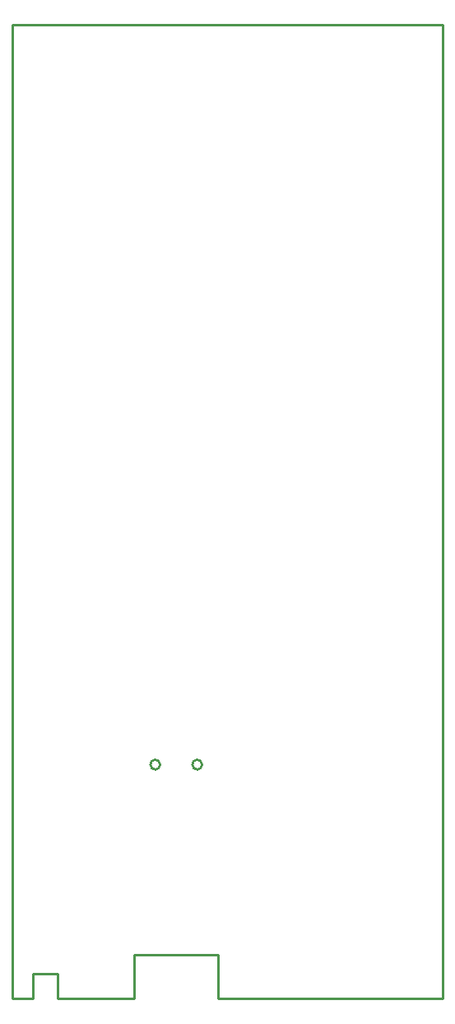
<source format=gko>
G04 Layer_Color=16711935*
%FSLAX24Y24*%
%MOIN*%
G70*
G01*
G75*
%ADD36C,0.0100*%
D36*
X5997Y9450D02*
G03*
X5997Y9450I-197J0D01*
G01*
X7697D02*
G03*
X7697Y9450I-197J0D01*
G01*
X1850Y0D02*
X4950D01*
X0D02*
X850D01*
Y1000D01*
X1850D01*
Y0D02*
Y1000D01*
X8350Y0D02*
Y1750D01*
Y0D02*
X17450D01*
X4950Y1750D02*
X8350D01*
X4950Y0D02*
Y1750D01*
X0Y0D02*
Y7200D01*
X17450Y0D02*
Y7200D01*
X0Y23200D02*
Y39350D01*
X17450Y23200D02*
Y39350D01*
X0D02*
X17450D01*
Y7200D02*
Y23200D01*
X0Y7200D02*
Y23200D01*
M02*

</source>
